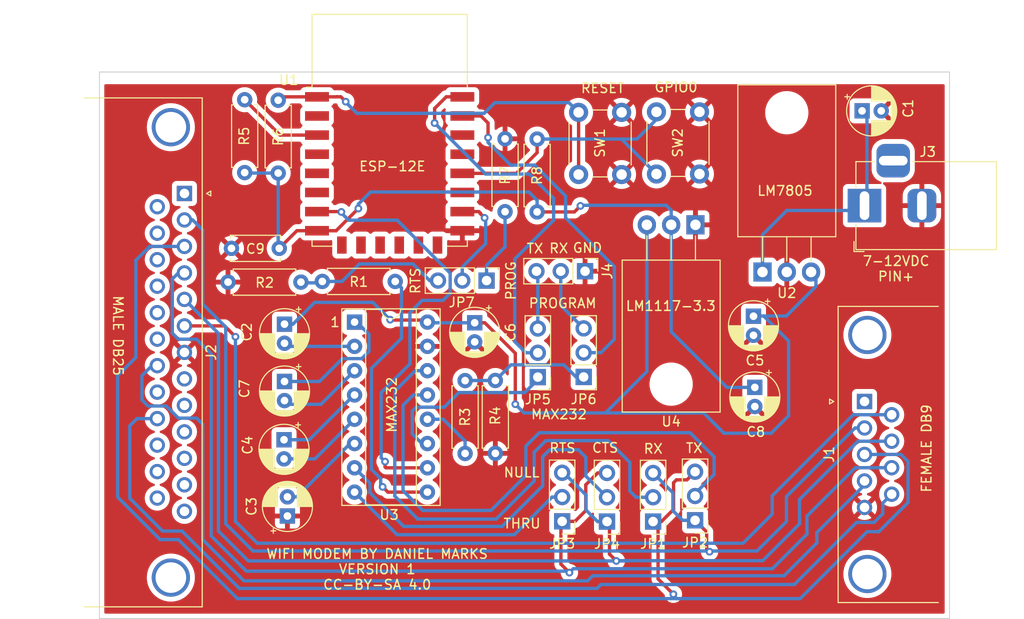
<source format=kicad_pcb>
(kicad_pcb (version 20211014) (generator pcbnew)
  (layers (0 "F.Cu" signal) (31 "B.Cu" signal) (34 "B.Paste" user) (35 "F.Paste" user) (36 "B.SilkS" user "B.Silkscreen") (37 "F.SilkS" user "F.Silkscreen") (38 "B.Mask" user) (39 "F.Mask" user) (44 "Edge.Cuts" user))
  (net 0 "")
  (net 13 "Net-(C1-Pad1)")
  (net 14 "GND")
  (net 15 "+5V")
  (net 16 "Net-(C2-Pad2)")
  (net 17 "Net-(C3-Pad2)")
  (net 18 "Net-(C4-Pad1)")
  (net 19 "Net-(C4-Pad2)")
  (net 20 "Net-(C7-Pad1)")
  (net 21 "Net-(C7-Pad2)")
  (net 22 "+3V3")
  (net 23 "DCD")
  (net 24 "TXD")
  (net 25 "RXD")
  (net 26 "DTR")
  (net 27 "DSR")
  (net 28 "CTS")
  (net 29 "RTS")
  (net 30 "RI")
  (net 49 "Net-(J4-Pad2)")
  (net 50 "Net-(J4-Pad3)")
  (net 51 "RXDB")
  (net 52 "TXDB")
  (net 53 "RTSB")
  (net 54 "CTSB")
  (net 55 "Net-(JP5-Pad1)")
  (net 56 "Net-(JP5-Pad2)")
  (net 57 "Net-(R3-Pad2)")
  (net 58 "Net-(U1-Pad21)")
  (net 59 "Net-(R1-Pad1)")
  (net 60 "Net-(R7-Pad1)")
  (net 61 "Net-(R3-Pad1)")
  (net 62 "Net-(R1-Pad2)")
  (net 63 "Net-(R5-Pad2)")
  (net 64 "Net-(U1-Pad16)")
  (net 65 "Net-(R6-Pad2)")
  (net 66 "Net-(U1-Pad7)")
  (net 67 "Net-(R8-Pad2)")
  (footprint "Connector_PinHeader_2.54mm:PinHeader_1x03_P2.54mm_Vertical" (layer "F.Cu") (at 122.05 116.84 180)
    (fp_text reference "JP3")
    (fp_text value "RTSB")
  )
  (footprint "Connector_PinHeader_2.54mm:PinHeader_1x03_P2.54mm_Vertical" (layer "F.Cu") (at 135.95 116.73 180)
    (fp_text reference "JP2")
    (fp_text value "TXDB")
  )
  (footprint "Connector_Dsub:DSUB-9_Female_Horizontal_P2.77x2.84mm_EdgePinOffset4.94mm_Housed_MountingHolesOffset7.48mm" (layer "F.Cu") (at 153.67 104.305 90)
    (fp_text reference "J1")
    (fp_text value "DB9_Female")
  )
  (footprint "Package_DIP:DIP-16_W7.62mm_Socket" (layer "F.Cu") (at 100.34 96.002)
    (fp_text reference "U3")
    (fp_text value "MAX232")
  )
  (footprint "Package_TO_SOT_THT:TO-220-3_Horizontal_TabDown" (layer "F.Cu") (at 143.002 90.764)
    (fp_text reference "U2")
    (fp_text value "LM7805_TO220")
  )
  (footprint "Capacitor_THT:CP_Radial_D5.0mm_P2.00mm" (layer "F.Cu") (at 93.3196 116.2812 90)
    (fp_text reference "C3")
    (fp_text value "1 uF")
  )
  (footprint "Capacitor_THT:CP_Radial_D5.0mm_P2.00mm" (layer "F.Cu") (at 93.0148 96.2152 -90)
    (fp_text reference "C2")
    (fp_text value "1 uF")
  )
  (footprint "Capacitor_THT:CP_Radial_D5.0mm_P2.00mm" (layer "F.Cu") (at 153.416 73.914)
    (fp_text reference "C1")
    (fp_text value "10 uF")
  )
  (footprint "Button_Switch_THT:SW_PUSH_6mm" (layer "F.Cu") (at 128.27 74.0688 -90)
    (fp_text reference "SW1")
    (fp_text value "SW_Push")
  )
  (footprint "Resistor_THT:R_Axial_DIN0207_L6.3mm_D2.5mm_P7.62mm_Horizontal" (layer "F.Cu") (at 92.3544 80.4164 90)
    (fp_text reference "R6")
    (fp_text value "10k")
  )
  (footprint "Resistor_THT:R_Axial_DIN0207_L6.3mm_D2.5mm_P7.62mm_Horizontal" (layer "F.Cu") (at 119.4308 84.4804 90)
    (fp_text reference "R8")
    (fp_text value "10k")
  )
  (footprint "Resistor_THT:R_Axial_DIN0207_L6.3mm_D2.5mm_P7.62mm_Horizontal" (layer "F.Cu") (at 116.078 84.455 90)
    (fp_text reference "R7")
    (fp_text value "10k")
  )
  (footprint "Connector_PinHeader_2.54mm:PinHeader_1x03_P2.54mm_Vertical" (layer "F.Cu") (at 131.56 116.86 180)
    (fp_text reference "JP1")
    (fp_text value "RXDB")
  )
  (footprint "Resistor_THT:R_Axial_DIN0207_L6.3mm_D2.5mm_P7.62mm_Horizontal" (layer "F.Cu") (at 111.9 109.74 90)
    (fp_text reference "R3")
    (fp_text value "470R")
  )
  (footprint "Connector_Dsub:DSUB-25_Male_Horizontal_P2.77x2.84mm_EdgePinOffset7.70mm_Housed_MountingHolesOffset9.12mm" (layer "F.Cu") (at 82.55 82.55 -90)
    (fp_text reference "J2")
    (fp_text value "DB25_Male")
  )
  (footprint "Capacitor_THT:C_Disc_D5.0mm_W2.5mm_P5.00mm" (layer "F.Cu") (at 87.4668 88.2904)
    (fp_text reference "C9")
    (fp_text value "100 nF")
  )
  (footprint "Connector_PinHeader_2.54mm:PinHeader_1x03_P2.54mm_Vertical" (layer "F.Cu") (at 124.3 101.74 180)
    (fp_text reference "JP6")
    (fp_text value "RXDS")
  )
  (footprint "Connector_PinHeader_2.54mm:PinHeader_1x03_P2.54mm_Vertical" (layer "F.Cu") (at 124.445 90.678 -90)
    (fp_text reference "J4")
    (fp_text value "PRG")
  )
  (footprint "Capacitor_THT:CP_Radial_D5.0mm_P2.00mm" (layer "F.Cu") (at 112.903 96.072888 -90)
    (fp_text reference "C6")
    (fp_text value "1 uF")
  )
  (footprint "Resistor_THT:R_Axial_DIN0207_L6.3mm_D2.5mm_P7.62mm_Horizontal" (layer "F.Cu") (at 115.062 102.108 -90)
    (fp_text reference "R4")
    (fp_text value "1k")
  )
  (footprint "Button_Switch_THT:SW_PUSH_6mm" (layer "F.Cu") (at 131.9128 80.5168 90)
    (fp_text reference "SW2")
    (fp_text value "SW_Push")
  )
  (footprint "Capacitor_THT:CP_Radial_D5.0mm_P2.00mm" (layer "F.Cu") (at 142.06 95.384888 -90)
    (fp_text reference "C5")
    (fp_text value "10 uF")
  )
  (footprint "Connector_PinHeader_2.54mm:PinHeader_1x03_P2.54mm_Vertical" (layer "F.Cu") (at 126.74 116.86 180)
    (fp_text reference "JP4")
    (fp_text value "CTSB")
  )
  (footprint "Capacitor_THT:CP_Radial_D5.0mm_P2.00mm" (layer "F.Cu") (at 93.0148 102.2096 -90)
    (fp_text reference "C7")
    (fp_text value "1 uF")
  )
  (footprint "RF_Module:ESP-12E" (layer "F.Cu") (at 104.013 75.946)
    (fp_text reference "U1")
    (fp_text value "ESP-12E")
  )
  (footprint "Package_TO_SOT_THT:TO-220-3_Horizontal_TabDown" (layer "F.Cu") (at 135.99 85.83 180)
    (fp_text reference "U4")
    (fp_text value "LT1117-3.3")
  )
  (footprint "Capacitor_THT:CP_Radial_D5.0mm_P2.00mm" (layer "F.Cu") (at 142.2 102.83 -90)
    (fp_text reference "C8")
    (fp_text value "10 uF")
  )
  (footprint "Connector_BarrelJack:BarrelJack_Horizontal" (layer "F.Cu") (at 153.67 83.82 180)
    (fp_text reference "J3")
    (fp_text value "Barrel_Jack_Switch")
  )
  (footprint "Resistor_THT:R_Axial_DIN0207_L6.3mm_D2.5mm_P7.62mm_Horizontal" (layer "F.Cu") (at 104.59 91.75 180)
    (fp_text reference "R1")
    (fp_text value "470R")
  )
  (footprint "Capacitor_THT:CP_Radial_D5.0mm_P2.00mm" (layer "F.Cu") (at 92.964 108.3056 -90)
    (fp_text reference "C4")
    (fp_text value "1 uF")
  )
  (footprint "Connector_PinHeader_2.54mm:PinHeader_1x03_P2.54mm_Vertical" (layer "F.Cu") (at 114.145 91.66 -90)
    (fp_text reference "JP7")
    (fp_text value "PROG")
  )
  (footprint "Resistor_THT:R_Axial_DIN0207_L6.3mm_D2.5mm_P7.62mm_Horizontal" (layer "F.Cu") (at 88.8492 80.3656 90)
    (fp_text reference "R5")
    (fp_text value "10k")
  )
  (footprint "Resistor_THT:R_Axial_DIN0207_L6.3mm_D2.5mm_P7.62mm_Horizontal" (layer "F.Cu") (at 94.73 91.82 180)
    (fp_text reference "R2")
    (fp_text value "1k")
  )
  (footprint "Connector_PinHeader_2.54mm:PinHeader_1x03_P2.54mm_Vertical" (layer "F.Cu") (at 119.507 101.7524 180)
    (fp_text reference "JP5")
    (fp_text value "TXDS")
  )
  (gr_line (start 162.56 127) (end 73.66 127) (layer "Edge.Cuts") (width 0.1))
  (gr_line (start 162.56 69.85) (end 162.56 127) (layer "Edge.Cuts") (width 0.1))
  (gr_line (start 73.66 69.85) (end 162.56 69.85) (layer "Edge.Cuts") (width 0.1))
  (gr_line (start 73.66 127) (end 73.66 69.85) (layer "Edge.Cuts") (width 0.1))
  (gr_text "RTS" (at 122.08 109.18) (layer "F.SilkS") (effects (font (size 1 1))))
  (gr_text "GPIO0" (at 133.96 71.45) (layer "F.SilkS") (effects (font (size 1 1))))
  (gr_text "LM1117-3.3" (at 133.41 94.32) (layer "F.SilkS") (effects (font (size 1 1))))
  (gr_text "PROGRAM" (at 122.1 94.03) (layer "F.SilkS") (effects (font (size 1 1))))
  (gr_text "RX" (at 131.57 109.25) (layer "F.SilkS") (effects (font (size 1 1))))
  (gr_text "WIFI MODEM BY DANIEL MARKS\nVERSION 1\nCC-BY-SA 4.0\n" (at 102.71 121.85) (layer "F.SilkS") (effects (font (size 1 1))))
  (gr_text "MAX232" (at 104.24 104.648 90) (layer "F.SilkS") (effects (font (size 1 1))))
  (gr_text "ESP-12E" (at 104.29 79.72) (layer "F.SilkS") (effects (font (size 1 1))))
  (gr_text "RX" (at 121.69 88.29) (layer "F.SilkS") (effects (font (size 1 1))))
  (gr_text "FEMALE DB9" (at 160.16 109.21 90) (layer "F.SilkS") (effects (font (size 1 1))))
  (gr_text "MALE DB25" (at 75.6 97.42 270) (layer "F.SilkS") (effects (font (size 1 1))))
  (gr_text "TX" (at 135.86 109.18) (layer "F.SilkS") (effects (font (size 1 1))))
  (gr_text "RESET" (at 126.29 71.54) (layer "F.SilkS") (effects (font (size 1 1))))
  (gr_text "NULL" (at 117.81 111.73) (layer "F.SilkS") (effects (font (size 1 1))))
  (gr_text "GND" (at 124.7 88.24) (layer "F.SilkS") (effects (font (size 1 1))))
  (gr_text "PROG" (at 116.69 91.67 90) (layer "F.SilkS") (effects (font (size 1 1))))
  (gr_text "THRU" (at 117.85 117.07) (layer "F.SilkS") (effects (font (size 1 1))))
  (gr_text "CTS" (at 126.55 109.15) (layer "F.SilkS") (effects (font (size 1 1))))
  (gr_text "MAX232" (at 121.72 105.65) (layer "F.SilkS") (effects (font (size 1 1))))
  (gr_text "LM7805" (at 145.35 82.27) (layer "F.SilkS") (effects (font (size 1 1))))
  (gr_text "7-12VDC\nPIN+" (at 156.972 90.424) (layer "F.SilkS") (effects (font (size 1 1))))
  (gr_text "1" (at 98.298 96.012) (layer "F.SilkS") (effects (font (size 1 1))))
  (gr_text "TX" (at 119.2 88.31) (layer "F.SilkS") (effects (font (size 1 1))))
  (gr_text "RTS" (at 106.71 91.69 90) (layer "F.SilkS") (effects (font (size 1 1))))
  (segment (start 153.924 83.566) (end 153.924 74.422) (width 0.35) (layer "B.Cu") (net 13))
  (segment (start 153.162 84.328) (end 153.67 83.82) (width 0.35) (layer "B.Cu") (net 13))
  (segment (start 153.67 83.82) (end 153.924 83.566) (width 0.35) (layer "B.Cu") (net 13))
  (segment (start 143.002 90.764) (end 143.002 86.868) (width 0.35) (layer "B.Cu") (net 13))
  (segment (start 143.002 86.868) (end 145.542 84.328) (width 0.35) (layer "B.Cu") (net 13))
  (segment (start 145.542 84.328) (end 153.162 84.328) (width 0.35) (layer "B.Cu") (net 13))
  (segment (start 153.924 74.422) (end 153.416 73.914) (width 0.35) (layer "B.Cu") (net 13))
  (segment (start 117.15 99.26) (end 113.962888 96.072888) (width 0.35) (layer "F.Cu") (net 15))
  (segment (start 104.06 95.75) (end 104.1 95.79) (width 0.35) (layer "F.Cu") (net 15))
  (segment (start 113.962888 96.072888) (end 112.903 96.072888) (width 0.35) (layer "F.Cu") (net 15))
  (segment (start 104.1 95.79) (end 107.748 95.79) (width 0.35) (layer "F.Cu") (net 15))
  (segment (start 107.748 95.79) (end 107.96 96.002) (width 0.35) (layer "F.Cu") (net 15))
  (segment (start 117.15 104.59) (end 117.15 99.26) (width 0.35) (layer "F.Cu") (net 15))
  (via (at 104.06 95.75) (size 0.8) (drill 0.4) (layers "F.Cu" "B.Cu") (net 15))
  (via (at 117.15 104.59) (size 0.8) (drill 0.4) (layers "F.Cu" "B.Cu") (net 15))
  (segment (start 96.17 93.94) (end 93.8948 96.2152) (width 0.35) (layer "B.Cu") (net 15))
  (segment (start 130.91 85.83) (end 130.91 101.17) (width 0.35) (layer "B.Cu") (net 15))
  (segment (start 112.903 96.072888) (end 108.030888 96.072888) (width 0.35) (layer "B.Cu") (net 15))
  (segment (start 145.73 97.97) (end 143.124888 95.364888) (width 0.35) (layer "B.Cu") (net 15))
  (segment (start 108.030888 96.072888) (end 107.96 96.002) (width 0.35) (layer "B.Cu") (net 15))
  (segment (start 93.8948 96.2152) (end 93.0148 96.2152) (width 0.35) (layer "B.Cu") (net 15))
  (segment (start 102.25 93.94) (end 96.17 93.94) (width 0.35) (layer "B.Cu") (net 15))
  (segment (start 118.06 105.5) (end 117.15 104.59) (width 0.35) (layer "B.Cu") (net 15))
  (segment (start 142.21 95.364888) (end 143.124888 95.364888) (width 0.35) (layer "B.Cu") (net 15))
  (segment (start 145.495112 95.364888) (end 148.59 92.27) (width 0.35) (layer "B.Cu") (net 15))
  (segment (start 126.62 105.46) (end 126.58 105.5) (width 0.35) (layer "B.Cu") (net 15))
  (segment (start 148.59 91.272) (end 148.082 90.764) (width 0.35) (layer "B.Cu") (net 15))
  (segment (start 143.91 107.62) (end 145.73 105.8) (width 0.35) (layer "B.Cu") (net 15))
  (segment (start 145.73 105.8) (end 145.73 97.97) (width 0.35) (layer "B.Cu") (net 15))
  (segment (start 138.97 107.62) (end 143.91 107.62) (width 0.35) (layer "B.Cu") (net 15))
  (segment (start 130.91 101.17) (end 126.62 105.46) (width 0.35) (layer "B.Cu") (net 15))
  (segment (start 148.59 92.27) (end 148.59 91.272) (width 0.35) (layer "B.Cu") (net 15))
  (segment (start 118.06 105.5) (end 136.85 105.5) (width 0.35) (layer "B.Cu") (net 15))
  (segment (start 136.85 105.5) (end 138.97 107.62) (width 0.35) (layer "B.Cu") (net 15))
  (segment (start 104.06 95.75) (end 102.25 93.94) (width 0.35) (layer "B.Cu") (net 15))
  (segment (start 143.124888 95.364888) (end 145.495112 95.364888) (width 0.35) (layer "B.Cu") (net 15))
  (segment (start 100.34 98.542) (end 93.3416 98.542) (width 0.35) (layer "B.Cu") (net 16))
  (segment (start 93.3416 98.542) (end 93.0148 98.2152) (width 0.35) (layer "B.Cu") (net 16))
  (segment (start 99.8828 108.702) (end 94.3036 114.2812) (width 0.35) (layer "B.Cu") (net 17))
  (segment (start 100.34 108.702) (end 99.8828 108.702) (width 0.35) (layer "B.Cu") (net 17))
  (segment (start 94.3036 114.2812) (end 93.3196 114.2812) (width 0.35) (layer "B.Cu") (net 17))
  (segment (start 100.2892 103.622) (end 95.6056 108.3056) (width 0.35) (layer "B.Cu") (net 18))
  (segment (start 95.6056 108.3056) (end 92.964 108.3056) (width 0.35) (layer "B.Cu") (net 18))
  (segment (start 100.34 103.622) (end 100.2892 103.622) (width 0.35) (layer "B.Cu") (net 18))
  (segment (start 96.1964 110.3056) (end 92.964 110.3056) (width 0.35) (layer "B.Cu") (net 19))
  (segment (start 100.34 106.162) (end 96.1964 110.3056) (width 0.35) (layer "B.Cu") (net 19))
  (segment (start 99.06 99.822) (end 101.092 99.822) (width 0.35) (layer "B.Cu") (net 20))
  (segment (start 101.854 99.06) (end 101.854 97.282) (width 0.35) (layer "B.Cu") (net 20))
  (segment (start 101.092 99.822) (end 101.854 99.06) (width 0.35) (layer "B.Cu") (net 20))
  (segment (start 100.574 96.002) (end 100.34 96.002) (width 0.35) (layer "B.Cu") (net 20))
  (segment (start 96.6724 102.2096) (end 99.06 99.822) (width 0.35) (layer "B.Cu") (net 20))
  (segment (start 93.0148 102.2096) (end 96.6724 102.2096) (width 0.35) (layer "B.Cu") (net 20))
  (segment (start 101.854 97.282) (end 100.574 96.002) (width 0.35) (layer "B.Cu") (net 20))
  (segment (start 100.34 101.082) (end 96.8248 104.5972) (width 0.35) (layer "B.Cu") (net 21))
  (segment (start 93.4024 104.5972) (end 93.0148 104.2096) (width 0.35) (layer "B.Cu") (net 21))
  (segment (start 96.8248 104.5972) (end 93.4024 104.5972) (width 0.35) (layer "B.Cu") (net 21))
  (segment (start 100.7364 84.1248) (end 98.4152 86.446) (width 0.35) (layer "F.Cu") (net 22))
  (segment (start 94.3112 86.446) (end 92.4668 88.2904) (width 0.35) (layer "F.Cu") (net 22))
  (segment (start 96.413 86.446) (end 94.3112 86.446) (width 0.35) (layer "F.Cu") (net 22))
  (segment (start 98.4152 86.446) (end 96.413 86.446) (width 0.35) (layer "F.Cu") (net 22))
  (segment (start 123.96 83.85) (end 123.3296 84.4804) (width 0.35) (layer "F.Cu") (net 22))
  (segment (start 123.3296 84.4804) (end 119.4308 84.4804) (width 0.35) (layer "F.Cu") (net 22))
  (via (at 100.7364 84.1248) (size 0.8) (drill 0.4) (layers "F.Cu" "B.Cu") (net 22))
  (via (at 123.96 83.85) (size 0.8) (drill 0.4) (layers "F.Cu" "B.Cu") (net 22))
  (segment (start 100.7364 84.1248) (end 100.7364 83.6676) (width 0.35) (layer "B.Cu") (net 22))
  (segment (start 102.0064 82.3976) (end 118.5672 82.3976) (width 0.35) (layer "B.Cu") (net 22))
  (segment (start 133.45 85.83) (end 133.45 84.31) (width 0.35) (layer "B.Cu") (net 22))
  (segment (start 133.45 97) (end 139.28 102.83) (width 0.35) (layer "B.Cu") (net 22))
  (segment (start 133.45 84.31) (end 132.93 83.79) (width 0.35) (layer "B.Cu") (net 22))
  (segment (start 118.5672 82.3976) (end 119.4308 83.2612) (width 0.35) (layer "B.Cu") (net 22))
  (segment (start 133.45 85.83) (end 133.45 97) (width 0.35) (layer "B.Cu") (net 22))
  (segment (start 139.28 102.83) (end 142.2 102.83) (width 0.35) (layer "B.Cu") (net 22))
  (segment (start 92.3544 88.178) (end 92.4668 88.2904) (width 0.35) (layer "B.Cu") (net 22))
  (segment (start 132.93 83.79) (end 124.02 83.79) (width 0.35) (layer "B.Cu") (net 22))
  (segment (start 124.02 83.79) (end 123.96 83.85) (width 0.35) (layer "B.Cu") (net 22))
  (segment (start 92.3544 80.4164) (end 92.3544 88.178) (width 0.35) (layer "B.Cu") (net 22))
  (segment (start 92.3544 80.4164) (end 88.9 80.4164) (width 0.35) (layer "B.Cu") (net 22))
  (segment (start 88.9 80.4164) (end 88.8492 80.3656) (width 0.35) (layer "B.Cu") (net 22))
  (segment (start 100.7364 83.6676) (end 102.0064 82.3976) (width 0.35) (layer "B.Cu") (net 22))
  (segment (start 119.4308 83.2612) (end 119.4308 84.4804) (width 0.35) (layer "B.Cu") (net 22))
  (segment (start 137.16 117.94) (end 135.95 116.73) (width 0.35) (layer "F.Cu") (net 24))
  (segment (start 137.16 119.7102) (end 137.16 117.94) (width 0.35) (layer "F.Cu") (net 24))
  (segment (start 137.4648 120.015) (end 137.16 119.7102) (width 0.35) (layer "F.Cu") (net 24))
  (via (at 137.4648 120.015) (size 0.8) (drill 0.4) (layers "F.Cu" "B.Cu") (net 24))
  (segment (start 89.7128 119.9388) (end 86.868 117.094) (width 0.35) (layer "B.Cu") (net 24))
  (segment (start 83.415 85.32) (end 82.55 85.32) (width 0.35) (layer "B.Cu") (net 24))
  (segment (start 84.455 86.36) (end 83.415 85.32) (width 0.35) (layer "B.Cu") (net 24))
  (segment (start 145.51 114.24) (end 145.51 116.86) (width 0.35) (layer "B.Cu") (net 24))
  (segment (start 145.51 116.86) (end 142.4312 119.9388) (width 0.35) (layer "B.Cu") (net 24))
  (segment (start 153.67 107.075) (end 152.675 107.075) (width 0.35) (layer "B.Cu") (net 24))
  (segment (start 86.868 117.094) (end 86.868 96.52) (width 0.35) (layer "B.Cu") (net 24))
  (segment (start 84.455 94.107) (end 84.455 86.36) (width 0.35) (layer "B.Cu") (net 24))
  (segment (start 152.675 107.075) (end 145.51 114.24) (width 0.35) (layer "B.Cu") (net 24))
  (segment (start 133.63 115.72) (end 134.64 116.73) (width 0.35) (layer "B.Cu") (net 24))
  (segment (start 86.868 96.52) (end 84.455 94.107) (width 0.35) (layer "B.Cu") (net 24))
  (segment (start 137.4648 120.015) (end 137.541 119.9388) (width 0.35) (layer "B.Cu") (net 24))
  (segment (start 134.64 116.73) (end 135.95 116.73) (width 0.35) (layer "B.Cu") (net 24))
  (segment (start 89.7128 119.9388) (end 142.4312 119.9388) (width 0.35) (layer "B.Cu") (net 24))
  (segment (start 131.56 111.78) (end 133.63 113.85) (width 0.35) (layer "B.Cu") (net 24))
  (segment (start 133.63 113.85) (end 133.63 115.72) (width 0.35) (layer "B.Cu") (net 24))
  (segment (start 134 112.5) (end 133.7 112.8) (width 0.35) (layer "F.Cu") (net 25))
  (segment (start 135.1 112.5) (end 134 112.5) (width 0.35) (layer "F.Cu") (net 25))
  (segment (start 133.7 112.8) (end 133.7 115.59) (width 0.35) (layer "F.Cu") (net 25))
  (segment (start 132.08 117.38) (end 131.56 116.86) (width 0.35) (layer "F.Cu") (net 25))
  (segment (start 132.43 116.86) (end 131.56 116.86) (width 0.35) (layer "F.Cu") (net 25))
  (segment (start 132.08 122.8598) (end 132.08 117.38) (width 0.35) (layer "F.Cu") (net 25))
  (segment (start 133.7 115.59) (end 132.43 116.86) (width 0.35) (layer "F.Cu") (net 25))
  (segment (start 135.95 111.65) (end 135.1 112.5) (width 0.35) (layer "F.Cu") (net 25))
  (segment (start 133.6802 124.46) (end 132.08 122.8598) (width 0.35) (layer "F.Cu") (net 25))
  (via (at 133.6802 124.46) (size 0.8) (drill 0.4) (layers "F.Cu" "B.Cu") (net 25))
  (segment (start 77.47 99.695) (end 77.47 89.535) (width 0.35) (layer "B.Cu") (net 25))
  (segment (start 146.9428 124.9172) (end 153.94 117.92) (width 0.35) (layer "B.Cu") (net 25))
  (segment (start 133.6802 124.5616) (end 133.6802 124.46) (width 0.35) (layer "B.Cu") (net 25))
  (segment (start 158.22 110.58) (end 157.48 109.84) (width 0.35) (layer "B.Cu") (net 25))
  (segment (start 88.0872 124.9172) (end 81.915 118.745) (width 0.35) (layer "B.Cu") (net 25))
  (segment (start 158.22 114.87) (end 158.22 110.58) (width 0.35) (layer "B.Cu") (net 25))
  (segment (start 155.88 109.84) (end 155.875 109.845) (width 0.35) (layer "B.Cu") (net 25))
  (segment (start 134.0358 124.9172) (end 133.6802 124.5616) (width 0.35) (layer "B.Cu") (net 25))
  (segment (start 75.565 114.3) (end 75.565 101.6) (width 0.35) (layer "B.Cu") (net 25))
  (segment (start 155.17 117.92) (end 158.22 114.87) (width 0.35) (layer "B.Cu") (net 25))
  (segment (start 134.0358 124.9172) (end 146.9428 124.9172) (width 0.35) (layer "B.Cu") (net 25))
  (segment (start 153.94 117.92) (end 155.17 117.92) (width 0.35) (layer "B.Cu") (net 25))
  (segment (start 77.47 89.535) (end 78.915 88.09) (width 0.35) (layer "B.Cu") (net 25))
  (segment (start 78.915 88.09) (end 82.55 88.09) (width 0.35) (layer "B.Cu") (net 25))
  (segment (start 75.565 101.6) (end 77.47 99.695) (width 0.35) (layer "B.Cu") (net 25))
  (segment (start 155.875 109.845) (end 153.67 109.845) (width 0.35) (layer "B.Cu") (net 25))
  (segment (start 134.0358 124.9172) (end 88.0872 124.9172) (width 0.35) (layer "B.Cu") (net 25))
  (segment (start 157.48 109.84) (end 155.88 109.84) (width 0.35) (layer "B.Cu") (net 25))
  (segment (start 80.01 118.745) (end 75.565 114.3) (width 0.35) (layer "B.Cu") (net 25))
  (segment (start 81.915 118.745) (end 80.01 118.745) (width 0.35) (layer "B.Cu") (net 25))
  (segment (start 88.773 123.063) (end 84.455 118.745) (width 0.35) (layer "B.Cu") (net 26))
  (segment (start 83.82 106.045) (end 81.915 106.045) (width 0.35) (layer "B.Cu") (net 26))
  (segment (start 148.683 118.017) (end 148.683 119.097) (width 0.35) (layer "B.Cu") (net 26))
  (segment (start 78.105 104.14) (end 78.105 101.6) (width 0.35) (layer "B.Cu") (net 26))
  (segment (start 153.67 113.03) (end 148.683 118.017) (width 0.35) (layer "B.Cu") (net 26))
  (segment (start 80.645 104.775) (end 78.74 104.775) (width 0.35) (layer "B.Cu") (net 26))
  (segment (start 84.455 118.745) (end 84.455 106.68) (width 0.35) (layer "B.Cu") (net 26))
  (segment (start 81.915 106.045) (end 80.645 104.775) (width 0.35) (layer "B.Cu") (net 26))
  (segment (start 84.455 106.68) (end 83.82 106.045) (width 0.35) (layer "B.Cu") (net 26))
  (segment (start 79.15 100.555) (end 79.71 100.555) (width 0.35) (layer "B.Cu") (net 26))
  (segment (start 125.2474 122.5296) (end 124.714 123.063) (width 0.35) (layer "B.Cu") (net 26))
  (segment (start 124.714 123.063) (end 88.773 123.063) (width 0.35) (layer "B.Cu") (net 26))
  (segment (start 78.105 101.6) (end 79.15 100.555) (width 0.35) (layer "B.Cu") (net 26))
  (segment (start 78.74 104.775) (end 78.105 104.14) (width 0.35) (layer "B.Cu") (net 26))
  (segment (start 153.67 112.615) (end 153.67 113.03) (width 0.35) (layer "B.Cu") (net 26))
  (segment (start 148.683 119.097) (end 145.2504 122.5296) (width 0.35) (layer "B.Cu") (net 26))
  (segment (start 145.2504 122.5296) (end 125.2474 122.5296) (width 0.35) (layer "B.Cu") (net 26))
  (segment (start 86.748 96.4) (end 82.55 96.4) (width 0.35) (layer "F.Cu") (net 27))
  (segment (start 87.884 97.536) (end 86.748 96.4) (width 0.35) (layer "F.Cu") (net 27))
  (via (at 87.884 97.536) (size 0.8) (drill 0.4) (layers "F.Cu" "B.Cu") (net 27))
  (segment (start 152.49 105.69) (end 156.51 105.69) (width 0.35) (layer "B.Cu") (net 27))
  (segment (start 90.17 119.126) (end 140.97 119.126) (width 0.35) (layer "B.Cu") (net 27))
  (segment (start 87.884 97.536) (end 87.884 116.84) (width 0.35) (layer "B.Cu") (net 27))
  (segment (start 87.884 116.84) (end 90.17 119.126) (width 0.35) (layer "B.Cu") (net 27))
  (segment (start 140.97 119.126) (end 144.018 116.078) (width 0.35) (layer "B.Cu") (net 27))
  (segment (start 144.018 116.078) (end 144.018 114.162) (width 0.35) (layer "B.Cu") (net 27))
  (segment (start 144.018 114.162) (end 152.49 105.69) (width 0.35) (layer "B.Cu") (net 27))
  (segment (start 127 117.12) (end 126.74 116.86) (width 0.35) (layer "F.Cu") (net 28))
  (segment (start 127.7112 120.9802) (end 127 120.269) (width 0.35) (layer "F.Cu") (net 28))
  (segment (start 127 120.269) (end 127 117.12) (width 0.35) (layer "F.Cu") (net 28))
  (via (at 127.7112 120.9802) (size 0.8) (drill 0.4) (layers "F.Cu" "B.Cu") (net 28))
  (segment (start 128.8034 120.9548) (end 127.7366 120.9548) (width 0.35) (layer "B.Cu") (net 28))
  (segment (start 122.05 111.76) (end 122.22 111.76) (width 0.35) (layer "B.Cu") (net 28))
  (segment (start 152.97 108.46) (end 156.51 108.46) (width 0.35) (layer "B.Cu") (net 28))
  (segment (start 146.87 114.56) (end 152.97 108.46) (width 0.35) (layer "B.Cu") (net 28))
  (segment (start 124.55 115.66) (end 125.75 116.86) (width 0.35) (layer "B.Cu") (net 28))
  (segment (start 124.55 114.09) (end 124.55 115.66) (width 0.35) (layer "B.Cu") (net 28))
  (segment (start 129.1082 120.9802) (end 89.2302 120.9802) (width 0.35) (layer "B.Cu") (net 28))
  (segment (start 127.7366 120.9548) (end 127.7112 120.9802) (width 0.35) (layer "B.Cu") (net 28))
  (segment (start 86.106 117.856) (end 86.106 97.186) (width 0.35) (layer "B.Cu") (net 28))
  (segment (start 89.2302 120.9802) (end 86.106 117.856) (width 0.35) (layer "B.Cu") (net 28))
  (segment (start 143.0152 120.9548) (end 146.87 117.1) (width 0.35) (layer "B.Cu") (net 28))
  (segment (start 146.87 117.1) (end 146.87 114.56) (width 0.35) (layer "B.Cu") (net 28))
  (segment (start 86.106 97.186) (end 82.55 93.63) (width 0.35) (layer "B.Cu") (net 28))
  (segment (start 122.22 111.76) (end 124.55 114.09) (width 0.35) (layer "B.Cu") (net 28))
  (segment (start 125.75 116.86) (end 126.74 116.86) (width 0.35) (layer "B.Cu") (net 28))
  (segment (start 128.8034 120.9548) (end 143.0152 120.9548) (width 0.35) (layer "B.Cu") (net 28))
  (segment (start 122.809 122.1994) (end 121.92 121.3104) (width 0.35) (layer "F.Cu") (net 29))
  (segment (start 123.39 116.84) (end 122.05 116.84) (width 0.35) (layer "F.Cu") (net 29))
  (segment (start 124.52 115.71) (end 123.39 116.84) (width 0.35) (layer "F.Cu") (net 29))
  (segment (start 126.74 111.78) (end 125.76 111.78) (width 0.35) (layer "F.Cu") (net 29))
  (segment (start 125.76 111.78) (end 124.52 113.02) (width 0.35) (layer "F.Cu") (net 29))
  (segment (start 121.92 116.97) (end 122.05 116.84) (width 0.35) (layer "F.Cu") (net 29))
  (segment (start 121.92 121.3104) (end 121.92 116.97) (width 0.35) (layer "F.Cu") (net 29))
  (segment (start 124.52 113.02) (end 124.52 115.71) (width 0.35) (layer "F.Cu") (net 29))
  (via (at 122.809 122.1994) (size 0.8) (drill 0.4) (layers "F.Cu" "B.Cu") (net 29))
  (segment (start 81.28 91.495) (end 81.915 90.86) (width 0.35) (layer "B.Cu") (net 29))
  (segment (start 81.915 90.86) (end 82.55 90.86) (width 0.35) (layer "B.Cu") (net 29))
  (segment (start 85.344 99.314) (end 83.82 97.79) (width 0.35) (layer "B.Cu") (net 29))
  (segment (start 89.027 122.047) (end 85.344 118.364) (width 0.35) (layer "B.Cu") (net 29))
  (segment (start 85.344 118.364) (end 85.344 99.314) (width 0.35) (layer "B.Cu") (net 29))
  (segment (start 81.915 97.79) (end 81.28 97.155) (width 0.35) (layer "B.Cu") (net 29))
  (segment (start 152.71 111.23) (end 156.51 111.23) (width 0.35) (layer "B.Cu") (net 29))
  (segment (start 81.28 97.155) (end 81.28 91.495) (width 0.35) (layer "B.Cu") (net 29))
  (segment (start 122.809 122.1994) (end 123.2154 121.793) (width 0.35) (layer "B.Cu") (net 29))
  (segment (start 144.037 121.793) (end 147.65 118.18) (width 0.35) (layer "B.Cu") (net 29))
  (segment (start 147.65 116.29) (end 152.71 111.23) (width 0.35) (layer "B.Cu") (net 29))
  (segment (start 147.65 118.18) (end 147.65 116.29) (width 0.35) (layer "B.Cu") (net 29))
  (segment (start 123.2154 121.793) (end 144.037 121.793) (width 0.35) (layer "B.Cu") (net 29))
  (segment (start 122.9614 122.047) (end 89.027 122.047) (width 0.35) (layer "B.Cu") (net 29))
  (segment (start 83.82 97.79) (end 81.915 97.79) (width 0.35) (layer "B.Cu") (net 29))
  (segment (start 82.296 117.856) (end 88.2904 123.8504) (width 0.35) (layer "B.Cu") (net 30))
  (segment (start 152.83 116.95) (end 154.67 116.95) (width 0.35) (layer "B.Cu") (net 30))
  (segment (start 80.264 117.856) (end 82.296 117.856) (width 0.35) (layer "B.Cu") (net 30))
  (segment (start 79.71 106.095) (end 77.57875 106.095) (width 0.35) (layer "B.Cu") (net 30))
  (segment (start 125.7046 123.8504) (end 126.111 123.444) (width 0.35) (layer "B.Cu") (net 30))
  (segment (start 76.835 114.427) (end 80.264 117.856) (width 0.35) (layer "B.Cu") (net 30))
  (segment (start 155.58 116.04) (end 155.58 114.93) (width 0.35) (layer "B.Cu") (net 30))
  (segment (start 76.835 106.83875) (end 76.835 114.427) (width 0.35) (layer "B.Cu") (net 30))
  (segment (start 88.2904 123.8504) (end 125.7046 123.8504) (width 0.35) (layer "B.Cu") (net 30))
  (segment (start 146.336 123.444) (end 152.83 116.95) (width 0.35) (layer "B.Cu") (net 30))
  (segment (start 126.111 123.444) (end 146.336 123.444) (width 0.35) (layer "B.Cu") (net 30))
  (segment (start 77.57875 106.095) (end 76.835 106.83875) (width 0.35) (layer "B.Cu") (net 30))
  (segment (start 155.58 114.93) (end 156.51 114) (width 0.35) (layer "B.Cu") (net 30))
  (segment (start 154.67 116.95) (end 155.58 116.04) (width 0.35) (layer "B.Cu") (net 30))
  (segment (start 121.905 90.678) (end 121.905 94.265) (width 0.35) (layer "B.Cu") (net 49))
  (segment (start 121.905 94.265) (end 124.3 96.66) (width 0.35) (layer "B.Cu") (net 49))
  (segment (start 119.507 90.82) (end 119.365 90.678) (width 0.35) (layer "B.Cu") (net 50))
  (segment (start 119.507 96.6724) (end 119.507 90.82) (width 0.35) (layer "B.Cu") (net 50))
  (segment (start 115.15 116.6) (end 106.948 116.6) (width 0.35) (layer "B.Cu") (net 51))
  (segment (start 120.34 108.4) (end 126.86 108.4) (width 0.35) (layer "B.Cu") (net 51))
  (segment (start 119.126 109.784) (end 119.126 109.614) (width 0.35) (layer "B.Cu") (net 51))
  (segment (start 106.69 101.082) (end 107.96 101.082) (width 0.35) (layer "B.Cu") (net 51))
  (segment (start 129.13 110.67) (end 129.13 113.67) (width 0.35) (layer "B.Cu") (net 51))
  (segment (start 119.126 109.784) (end 119.126 112.624) (width 0.35) (layer "B.Cu") (net 51))
  (segment (start 126.86 108.4) (end 129.13 110.67) (width 0.35) (layer "B.Cu") (net 51))
  (segment (start 129.13 113.67) (end 129.78 114.32) (width 0.35) (layer "B.Cu") (net 51))
  (segment (start 104.5464 103.2256) (end 106.69 101.082) (width 0.35) (layer "B.Cu") (net 51))
  (segment (start 129.78 114.32) (end 131.56 114.32) (width 0.35) (layer "B.Cu") (net 51))
  (segment (start 106.948 116.6) (end 104.5464 114.1984) (width 0.35) (layer "B.Cu") (net 51))
  (segment (start 119.126 112.624) (end 115.15 116.6) (width 0.35) (layer "B.Cu") (net 51))
  (segment (start 104.5464 114.1984) (end 104.5464 103.2256) (width 0.35) (layer "B.Cu") (net 51))
  (segment (start 119.126 109.614) (end 120.34 108.4) (width 0.35) (layer "B.Cu") (net 51))
  (segment (start 106.4868 103.622) (end 107.96 103.622) (width 0.35) (layer "B.Cu") (net 52))
  (segment (start 135.95 114.19) (end 135.95 113.93) (width 0.35) (layer "B.Cu") (net 52))
  (segment (start 119.66 107.57) (end 118.26 108.97) (width 0.35) (layer "B.Cu") (net 52))
  (segment (start 135.95 113.93) (end 137.94 111.94) (width 0.35) (layer "B.Cu") (net 52))
  (segment (start 107.4674 115.697) (end 105.41 113.6396) (width 0.35) (layer "B.Cu") (net 52))
  (segment (start 118.26 112.04) (end 114.603 115.697) (width 0.35) (layer "B.Cu") (net 52))
  (segment (start 135.43 107.57) (end 119.66 107.57) (width 0.35) (layer "B.Cu") (net 52))
  (segment (start 105.41 104.6988) (end 106.4868 103.622) (width 0.35) (layer "B.Cu") (net 52))
  (segment (start 114.603 115.697) (end 107.4674 115.697) (width 0.35) (layer "B.Cu") (net 52))
  (segment (start 105.41 113.6396) (end 105.41 104.6988) (width 0.35) (layer "B.Cu") (net 52))
  (segment (start 137.94 111.94) (end 137.94 110.08) (width 0.35) (layer "B.Cu") (net 52))
  (segment (start 137.94 110.08) (end 135.43 107.57) (width 0.35) (layer "B.Cu") (net 52))
  (segment (start 118.26 108.97) (end 118.26 112.04) (width 0.35) (layer "B.Cu") (net 52))
  (segment (start 120.99 114.3) (end 122.05 114.3) (width 0.35) (layer "B.Cu") (net 53))
  (segment (start 100.34 113.782) (end 104.795 118.237) (width 0.35) (layer "B.Cu") (net 53))
  (segment (start 104.795 118.237) (end 117.053 118.237) (width 0.35) (layer "B.Cu") (net 53))
  (segment (start 117.053 118.237) (end 120.99 114.3) (width 0.35) (layer "B.Cu") (net 53))
  (segment (start 124.53 112.11) (end 126.74 114.32) (width 0.35) (layer "B.Cu") (net 54))
  (segment (start 101.9556 113.8428) (end 105.4828 117.37) (width 0.35) (layer "B.Cu") (net 54))
  (segment (start 105.4828 117.37) (end 115.77 117.37) (width 0.35) (layer "B.Cu") (net 54))
  (segment (start 101.9556 112.8576) (end 101.9556 113.8428) (width 0.35) (layer "B.Cu") (net 54))
  (segment (start 120.015 110.075) (end 120.74 109.35) (width 0.35) (layer "B.Cu") (net 54))
  (segment (start 124.53 110.14) (end 124.53 112.11) (width 0.35) (layer "B.Cu") (net 54))
  (segment (start 115.77 117.37) (end 120.015 113.125) (width 0.35) (layer "B.Cu") (net 54))
  (segment (start 100.34 111.242) (end 101.9556 112.8576) (width 0.35) (layer "B.Cu") (net 54))
  (segment (start 120.015 113.125) (end 120.015 110.075) (width 0.35) (layer "B.Cu") (net 54))
  (segment (start 123.74 109.35) (end 124.53 110.14) (width 0.35) (layer "B.Cu") (net 54))
  (segment (start 120.74 109.35) (end 123.74 109.35) (width 0.35) (layer "B.Cu") (net 54))
  (segment (start 119.507 102.0064) (end 118.1434 103.37) (width 0.35) (layer "B.Cu") (net 55))
  (segment (start 111.25 103.37) (end 109.72 104.9) (width 0.35) (layer "B.Cu") (net 55))
  (segment (start 106.3752 105.3084) (end 106.3752 107.696) (width 0.35) (layer "B.Cu") (net 55))
  (segment (start 106.3752 107.696) (end 107.3812 108.702) (width 0.35) (layer "B.Cu") (net 55))
  (segment (start 119.507 101.7524) (end 119.507 102.0064) (width 0.35) (layer "B.Cu") (net 55))
  (segment (start 106.7836 104.9) (end 106.3752 105.3084) (width 0.35) (layer "B.Cu") (net 55))
  (segment (start 118.1434 103.37) (end 111.25 103.37) (width 0.35) (layer "B.Cu") (net 55))
  (segment (start 109.72 104.9) (end 106.7836 104.9) (width 0.35) (layer "B.Cu") (net 55))
  (segment (start 107.3812 108.702) (end 107.96 108.702) (width 0.35) (layer "B.Cu") (net 55))
  (segment (start 108.712 73.66) (end 108.712 75.184) (width 0.35) (layer "F.Cu") (net 56))
  (segment (start 108.712 73.66) (end 109.926 72.446) (width 0.35) (layer "F.Cu") (net 56))
  (segment (start 111.613 72.446) (end 109.926 72.446) (width 0.35) (layer "F.Cu") (net 56))
  (via (at 108.712 75.184) (size 0.8) (drill 0.4) (layers "F.Cu" "B.Cu") (net 56))
  (segment (start 108.712 75.184) (end 114.046 80.518) (width 0.35) (layer "B.Cu") (net 56))
  (segment (start 114.046 80.518) (end 118.618 80.518) (width 0.35) (layer "B.Cu") (net 56))
  (segment (start 117.094 98.044) (end 118.2624 99.2124) (width 0.35) (layer "B.Cu") (net 56))
  (segment (start 121.158 85.344) (end 117.094 89.408) (width 0.35) (layer "B.Cu") (net 56))
  (segment (start 117.094 89.408) (end 117.094 98.044) (width 0.35) (layer "B.Cu") (net 56))
  (segment (start 118.2624 99.2124) (end 119.507 99.2124) (width 0.35) (layer "B.Cu") (net 56))
  (segment (start 121.158 83.058) (end 121.158 85.344) (width 0.35) (layer "B.Cu") (net 56))
  (segment (start 118.618 80.518) (end 121.158 83.058) (width 0.35) (layer "B.Cu") (net 56))
  (segment (start 116.7 100.47) (end 115.062 102.108) (width 0.35) (layer "B.Cu") (net 57))
  (segment (start 124.3 101.74) (end 123.5 101.74) (width 0.35) (layer "B.Cu") (net 57))
  (segment (start 122.23 100.47) (end 116.7 100.47) (width 0.35) (layer "B.Cu") (net 57))
  (segment (start 111.912 102.108) (end 111.9 102.12) (width 0.35) (layer "B.Cu") (net 57))
  (segment (start 123.5 101.74) (end 122.23 100.47) (width 0.35) (layer "B.Cu") (net 57))
  (segment (start 115.062 102.108) (end 111.912 102.108) (width 0.35) (layer "B.Cu") (net 57))
  (segment (start 114.3 75.184) (end 113.562 74.446) (width 0.35) (layer "F.Cu") (net 58))
  (segment (start 113.562 74.446) (end 111.613 74.446) (width 0.35) (layer "F.Cu") (net 58))
  (segment (start 114.3 76.708) (end 114.3 75.184) (width 0.35) (layer "F.Cu") (net 58))
  (via (at 114.3 76.708) (size 0.8) (drill 0.4) (layers "F.Cu" "B.Cu") (net 58))
  (segment (start 114.3 77.216) (end 114.3 76.708) (width 0.35) (layer "B.Cu") (net 58))
  (segment (start 122.41 85.1) (end 122.41 82.82) (width 0.35) (layer "B.Cu") (net 58))
  (segment (start 127.508 90.198) (end 122.41 85.1) (width 0.35) (layer "B.Cu") (net 58))
  (segment (start 127.508 97.79) (end 127.508 90.198) (width 0.35) (layer "B.Cu") (net 58))
  (segment (start 116.664 79.58) (end 114.3 77.216) (width 0.35) (layer "B.Cu") (net 58))
  (segment (start 126.098 99.2) (end 127.508 97.79) (width 0.35) (layer "B.Cu") (net 58))
  (segment (start 124.3 99.2) (end 126.098 99.2) (width 0.35) (layer "B.Cu") (net 58))
  (segment (start 122.41 82.82) (end 119.17 79.58) (width 0.35) (layer "B.Cu") (net 58))
  (segment (start 119.17 79.58) (end 116.664 79.58) (width 0.35) (layer "B.Cu") (net 58))
  (segment (start 103.2764 113.2332) (end 103.8252 113.782) (width 0.35) (layer "F.Cu") (net 59))
  (segment (start 103.8252 113.782) (end 107.96 113.782) (width 0.35) (layer "F.Cu") (net 59))
  (via (at 103.2764 113.2332) (size 0.8) (drill 0.4) (layers "F.Cu" "B.Cu") (net 59))
  (segment (start 102.108 100.838) (end 102.108 111.4044) (width 0.35) (layer "B.Cu") (net 59))
  (segment (start 103.0732 112.3696) (end 103.0732 113.03) (width 0.35) (layer "B.Cu") (net 59))
  (segment (start 105.25 97.696) (end 102.108 100.838) (width 0.35) (layer "B.Cu") (net 59))
  (segment (start 104.59 91.75) (end 105.25 92.41) (width 0.35) (layer "B.Cu") (net 59))
  (segment (start 105.25 92.41) (end 105.25 97.696) (width 0.35) (layer "B.Cu") (net 59))
  (segment (start 103.0732 113.03) (end 103.2764 113.2332) (width 0.35) (layer "B.Cu") (net 59))
  (segment (start 102.108 111.4044) (end 103.0732 112.3696) (width 0.35) (layer "B.Cu") (net 59))
  (segment (start 114.145 90.065) (end 116.078 88.132) (width 0.35) (layer "B.Cu") (net 60))
  (segment (start 114.145 91.66) (end 114.145 90.065) (width 0.35) (layer "B.Cu") (net 60))
  (segment (start 116.078 88.132) (end 116.078 84.455) (width 0.35) (layer "B.Cu") (net 60))
  (segment (start 107.96 106.162) (end 109.6164 106.162) (width 0.35) (layer "B.Cu") (net 61))
  (segment (start 111.9 108.4456) (end 111.9 109.74) (width 0.35) (layer "B.Cu") (net 61))
  (segment (start 109.6164 106.162) (end 111.9 108.4456) (width 0.35) (layer "B.Cu") (net 61))
  (segment (start 99.02 91.75) (end 100.85 89.92) (width 0.35) (layer "B.Cu") (net 62))
  (segment (start 94.8072 91.8972) (end 94.73 91.82) (width 0.35) (layer "B.Cu") (net 62))
  (segment (start 106.45 89.92) (end 108.19 91.66) (width 0.35) (layer "B.Cu") (net 62))
  (segment (start 100.85 89.92) (end 106.45 89.92) (width 0.35) (layer "B.Cu") (net 62))
  (segment (start 96.8228 91.8972) (end 94.8072 91.8972) (width 0.35) (layer "B.Cu") (net 62))
  (segment (start 96.97 91.75) (end 99.02 91.75) (width 0.35) (layer "B.Cu") (net 62))
  (segment (start 96.97 91.75) (end 96.8228 91.8972) (width 0.35) (layer "B.Cu") (net 62))
  (segment (start 108.19 91.66) (end 109.065 91.66) (width 0.35) (layer "B.Cu") (net 62))
  (segment (start 92.5496 76.446) (end 88.8492 72.7456) (width 0.35) (layer "F.Cu") (net 63))
  (segment (start 96.413 76.446) (end 92.5496 76.446) (width 0.35) (layer "F.Cu") (net 63))
  (segment (start 113.336 84.446) (end 111.613 84.446) (width 0.35) (layer "F.Cu") (net 64))
  (segment (start 113.49 84.6) (end 113.336 84.446) (width 0.35) (layer "F.Cu") (net 64))
  (segment (start 113.94 85.1) (end 113.49 84.65) (width 0.35) (layer "F.Cu") (net 64))
  (segment (start 113.49 84.65) (end 113.49 84.6) (width 0.35) (layer "F.Cu") (net 64))
  (via (at 113.94 85.1) (size 0.8) (drill 0.4) (layers "F.Cu" "B.Cu") (net 64))
  (segment (start 114.05 87.8) (end 114.05 85.21) (width 0.35) (layer "B.Cu") (net 64))
  (segment (start 111.605 91.66) (end 111.605 90.245) (width 0.35) (layer "B.Cu") (net 64))
  (segment (start 111.605 90.245) (end 114.05 87.8) (width 0.35) (layer "B.Cu") (net 64))
  (segment (start 114.05 85.21) (end 113.94 85.1) (width 0.35) (layer "B.Cu") (net 64))
  (segment (start 98.496 72.446) (end 96.413 72.446) (width 0.35) (layer "F.Cu") (net 65))
  (segment (start 123.77 74.0688) (end 123.77 80.5688) (width 0.35) (layer "F.Cu") (net 65))
  (segment (start 92.7048 72.446) (end 92.3544 72.7964) (width 0.35) (layer "F.Cu") (net 65))
  (segment (start 98.5012 72.4408) (end 98.496 72.446) (width 0.35) (layer "F.Cu") (net 65))
  (segment (start 99.4156 72.9488) (end 98.9076 72.4408) (width 0.35) (layer "F.Cu") (net 65))
  (segment (start 98.9076 72.4408) (end 98.5012 72.4408) (width 0.35) (layer "F.Cu") (net 65))
  (segment (start 96.413 72.446) (end 92.7048 72.446) (width 0.35) (layer "F.Cu") (net 65))
  (via (at 99.4156 72.9488) (size 0.8) (drill 0.4) (layers "F.Cu" "B.Cu") (net 65))
  (segment (start 100.584 74.168) (end 99.4156 72.9996) (width 0.35) (layer "B.Cu") (net 65))
  (segment (start 115.0112 73.0504) (end 122.7516 73.0504) (width 0.35) (layer "B.Cu") (net 65))
  (segment (start 123.77 74.0688) (end 122.7516 73.0504) (width 0.35) (layer "B.Cu") (net 65))
  (segment (start 115.0112 73.0504) (end 113.9952 74.0664) (width 0.35) (layer "B.Cu") (net 65))
  (segment (start 113.8936 74.168) (end 100.584 74.168) (width 0.35) (layer "B.Cu") (net 65))
  (segment (start 99.4156 72.9996) (end 99.4156 72.9488) (width 0.35) (layer "B.Cu") (net 65))
  (segment (start 113.9952 74.0664) (end 113.8936 74.168) (width 0.35) (layer "B.Cu") (net 65))
  (segment (start 103.622 111.242) (end 107.96 111.242) (width 0.35) (layer "F.Cu") (net 66))
  (segment (start 96.413 84.446) (end 98.924 84.446) (width 0.35) (layer "F.Cu") (net 66))
  (segment (start 98.924 84.446) (end 98.9584 84.4804) (width 0.35) (layer "F.Cu") (net 66))
  (segment (start 103.5304 111.1504) (end 103.622 111.242) (width 0.35) (layer "F.Cu") (net 66))
  (segment (start 103.5304 110.5916) (end 103.5304 111.1504) (width 0.35) (layer "F.Cu") (net 66))
  (via (at 103.5304 110.5916) (size 0.8) (drill 0.4) (layers "F.Cu" "B.Cu") (net 66))
  (via (at 98.9584 84.4804) (size 0.8) (drill 0.4) (layers "F.Cu" "B.Cu") (net 66))
  (segment (start 103.5304 110.5916) (end 103.124 110.1852) (width 0.35) (layer "B.Cu") (net 66))
  (segment (start 106.13 95.01) (end 107.41 93.73) (width 0.35) (layer "B.Cu") (net 66))
  (segment (start 110.34 92.98) (end 110.34 90.88) (width 0.35) (layer "B.Cu") (net 66))
  (segment (start 109.59 93.73) (end 110.34 92.98) (width 0.35) (layer "B.Cu") (net 66))
  (segment (start 99.7204 85.344) (end 98.9584 84.582) (width 0.35) (layer "B.Cu") (net 66))
  (segment (start 110.34 90.88) (end 104.804 85.344) (width 0.35) (layer "B.Cu") (net 66))
  (segment (start 103.124 103.378) (end 106.13 100.372) (width 0.35) (layer "B.Cu") (net 66))
  (segment (start 103.124 110.1852) (end 103.124 103.378) (width 0.35) (layer "B.Cu") (net 66))
  (segment (start 107.41 93.73) (end 109.59 93.73) (width 0.35) (layer "B.Cu") (net 66))
  (segment (start 106.13 100.372) (end 106.13 95.01) (width 0.35) (layer "B.Cu") (net 66))
  (segment (start 104.804 85.344) (end 99.7204 85.344) (width 0.35) (layer "B.Cu") (net 66))
  (segment (start 98.9584 84.582) (end 98.9584 84.4804) (width 0.35) (layer "B.Cu") (net 66))
  (segment (start 117.2676 80.446) (end 119.4308 78.2828) (width 0.35) (layer "F.Cu") (net 67))
  (segment (start 111.613 80.446) (end 117.2676 80.446) (width 0.35) (layer "F.Cu") (net 67))
  (segment (start 119.4308 78.2828) (end 119.4308 76.8604) (width 0.35) (layer "F.Cu") (net 67))
  (segment (start 128.2564 76.8604) (end 131.9128 80.5168) (width 0.35) (layer "B.Cu") (net 67))
  (segment (start 128.2564 76.8604) (end 129.8596 76.8604) (width 0.35) (layer "B.Cu") (net 67))
  (segment (start 131.9128 74.8072) (end 131.9128 74.0168) (width 0.35) (layer "B.Cu") (net 67))
  (segment (start 119.4308 76.8604) (end 128.2564 76.8604) (width 0.35) (layer "B.Cu") (net 67))
  (segment (start 129.8596 76.8604) (end 131.9128 74.8072) (width 0.35) (layer "B.Cu") (net 67))
  (zone (net 14) (net_name "GND") (layer "F.Cu") (connect_pads (clearance 0.508)) (min_thickness 0.254) (fill yes (thermal_gap 0.508) (thermal_bridge_width 0.508))
    (polygon (pts (xy 162.56 127) (xy 73.66 127) (xy 73.66 71.12) (xy 162.56 71.12)))
  )
)
</source>
